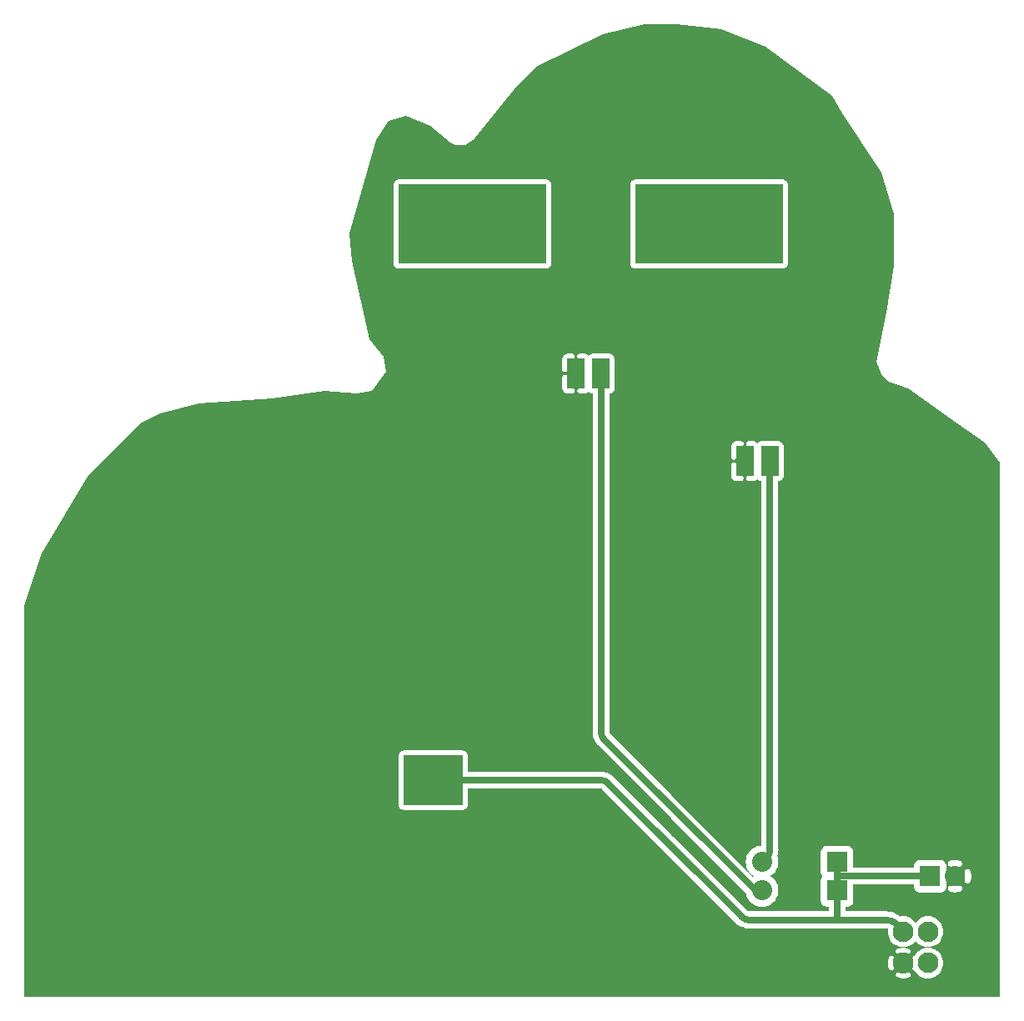
<source format=gbl>
G04 start of page 2 for group 8 layer_idx 1 *
G04 Title: (unknown), bottom_copper *
G04 Creator: pcb-rnd 3.1.5-dev *
G04 CreationDate: 2024-03-26 08:12:32 UTC *
G04 For: STEM4ukraine *
G04 Format: Gerber/RS-274X *
G04 PCB-Dimensions: 393701 393701 *
G04 PCB-Coordinate-Origin: lower left *
%MOIN*%
%FSLAX25Y25*%
%LNBOTTOM_COPPER_NONE_8*%
%ADD25C,0.0394*%
%ADD24C,0.0374*%
%ADD23C,0.1220*%
%ADD22C,0.0800*%
%ADD21C,0.1535*%
%ADD20C,0.0827*%
%ADD19C,0.0276*%
%ADD18C,0.0001*%
G54D18*G36*
X379122Y1969D02*Y47359D01*
X379203Y47366D01*
X379394Y47413D01*
X379576Y47489D01*
X379743Y47592D01*
X379892Y47721D01*
X380019Y47871D01*
X380121Y48039D01*
X380192Y48223D01*
X380348Y48775D01*
X380449Y49341D01*
X380500Y49913D01*
Y50488D01*
X380449Y51060D01*
X380348Y51626D01*
X380198Y52181D01*
X380125Y52364D01*
X380022Y52533D01*
X379895Y52683D01*
X379745Y52812D01*
X379578Y52916D01*
X379396Y52993D01*
X379204Y53040D01*
X379122Y53047D01*
Y228184D01*
X385827Y223425D01*
X391732Y215551D01*
Y1969D01*
X379122D01*
G37*
G36*
X374002D02*Y43701D01*
X374287D01*
X374860Y43751D01*
X375425Y43852D01*
X375980Y44003D01*
X376163Y44076D01*
X376332Y44179D01*
X376483Y44306D01*
X376611Y44455D01*
X376715Y44623D01*
X376792Y44805D01*
X376839Y44997D01*
X376855Y45194D01*
X376841Y45390D01*
X376796Y45583D01*
X376721Y45765D01*
X376619Y45934D01*
X376491Y46085D01*
X376342Y46214D01*
X376174Y46318D01*
X375992Y46394D01*
X375801Y46441D01*
X375604Y46458D01*
X375407Y46443D01*
X375216Y46394D01*
X374876Y46298D01*
X374529Y46236D01*
X374177Y46205D01*
X374002D01*
Y54197D01*
X374177D01*
X374529Y54166D01*
X374876Y54104D01*
X375217Y54011D01*
X375408Y53962D01*
X375604Y53948D01*
X375800Y53964D01*
X375991Y54011D01*
X376172Y54087D01*
X376340Y54191D01*
X376489Y54320D01*
X376616Y54470D01*
X376718Y54638D01*
X376792Y54820D01*
X376837Y55012D01*
X376851Y55208D01*
X376835Y55404D01*
X376788Y55595D01*
X376712Y55777D01*
X376608Y55944D01*
X376480Y56093D01*
X376330Y56220D01*
X376161Y56322D01*
X375978Y56393D01*
X375425Y56549D01*
X374860Y56650D01*
X374287Y56701D01*
X374002D01*
Y231817D01*
X379122Y228184D01*
Y53047D01*
X379007Y53056D01*
X378810Y53042D01*
X378618Y52997D01*
X378436Y52922D01*
X378267Y52820D01*
X378116Y52692D01*
X377987Y52543D01*
X377883Y52375D01*
X377807Y52193D01*
X377760Y52001D01*
X377743Y51805D01*
X377758Y51608D01*
X377807Y51417D01*
X377903Y51077D01*
X377965Y50729D01*
X377996Y50377D01*
Y50024D01*
X377965Y49672D01*
X377903Y49325D01*
X377810Y48984D01*
X377762Y48793D01*
X377747Y48597D01*
X377764Y48401D01*
X377810Y48210D01*
X377887Y48028D01*
X377990Y47861D01*
X378119Y47712D01*
X378269Y47585D01*
X378437Y47483D01*
X378619Y47409D01*
X378811Y47364D01*
X379007Y47349D01*
X379122Y47359D01*
Y1969D01*
X374002D01*
G37*
G36*
X363101D02*Y9261D01*
X363110Y9261D01*
X364073Y9336D01*
X365012Y9562D01*
X365904Y9931D01*
X366727Y10436D01*
X367461Y11063D01*
X368088Y11797D01*
X368592Y12620D01*
X368962Y13512D01*
X369187Y14451D01*
X369244Y15413D01*
X369187Y16376D01*
X368962Y17315D01*
X368592Y18207D01*
X368088Y19030D01*
X367461Y19764D01*
X366727Y20391D01*
X365904Y20896D01*
X365012Y21265D01*
X364073Y21490D01*
X363110Y21566D01*
X363101Y21565D01*
Y21860D01*
X363110Y21859D01*
X364073Y21935D01*
X365012Y22160D01*
X365904Y22530D01*
X366727Y23034D01*
X367461Y23661D01*
X368088Y24395D01*
X368592Y25219D01*
X368962Y26110D01*
X369187Y27049D01*
X369244Y28012D01*
X369187Y28974D01*
X368962Y29913D01*
X368592Y30805D01*
X368088Y31628D01*
X367461Y32362D01*
X366727Y32990D01*
X365904Y33494D01*
X365012Y33863D01*
X364073Y34089D01*
X363110Y34165D01*
X363101Y34164D01*
Y43701D01*
X367902D01*
X368000Y43693D01*
X368392Y43724D01*
X368392Y43724D01*
X368775Y43816D01*
X369138Y43966D01*
X369474Y44172D01*
X369773Y44428D01*
X370029Y44727D01*
X370234Y45062D01*
X370385Y45426D01*
X370477Y45808D01*
X370508Y46201D01*
X370500Y46299D01*
Y54103D01*
X370508Y54201D01*
X370477Y54593D01*
X370477Y54593D01*
X370385Y54976D01*
X370234Y55339D01*
X370029Y55675D01*
X369773Y55974D01*
X369474Y56230D01*
X369138Y56435D01*
X368775Y56586D01*
X368392Y56678D01*
X368000Y56708D01*
X367902Y56701D01*
X363101D01*
Y239553D01*
X374002Y231817D01*
Y56701D01*
X373713D01*
X373140Y56650D01*
X372575Y56549D01*
X372020Y56399D01*
X371837Y56325D01*
X371668Y56223D01*
X371517Y56096D01*
X371389Y55946D01*
X371285Y55778D01*
X371208Y55596D01*
X371161Y55405D01*
X371145Y55208D01*
X371159Y55011D01*
X371204Y54819D01*
X371279Y54636D01*
X371381Y54468D01*
X371509Y54317D01*
X371658Y54188D01*
X371826Y54084D01*
X372008Y54008D01*
X372199Y53961D01*
X372396Y53944D01*
X372593Y53959D01*
X372784Y54007D01*
X373124Y54104D01*
X373471Y54166D01*
X373823Y54197D01*
X374002D01*
Y46205D01*
X373823D01*
X373471Y46236D01*
X373124Y46298D01*
X372783Y46390D01*
X372592Y46439D01*
X372396Y46454D01*
X372200Y46437D01*
X372009Y46390D01*
X371828Y46314D01*
X371660Y46210D01*
X371511Y46082D01*
X371384Y45932D01*
X371282Y45763D01*
X371208Y45581D01*
X371163Y45390D01*
X371149Y45194D01*
X371165Y44998D01*
X371212Y44806D01*
X371288Y44625D01*
X371392Y44458D01*
X371520Y44309D01*
X371670Y44182D01*
X371839Y44080D01*
X372022Y44009D01*
X372575Y43852D01*
X373140Y43751D01*
X373713Y43701D01*
X374002D01*
Y1969D01*
X363101D01*
G37*
G36*
X360098Y56701D02*X360000Y56708D01*
X359608Y56678D01*
X359608Y56678D01*
X359225Y56586D01*
X358862Y56435D01*
X358526Y56230D01*
X358227Y55974D01*
X357971Y55675D01*
X357766Y55339D01*
X357615Y54976D01*
X357523Y54593D01*
X357492Y54201D01*
X357500Y54103D01*
Y53579D01*
X353270D01*
Y245846D01*
X355315Y245079D01*
X363101Y239553D01*
Y56701D01*
X360098D01*
G37*
G36*
X362148Y34089D02*X361209Y33863D01*
X360317Y33494D01*
X359494Y32990D01*
X358760Y32362D01*
X358189Y31694D01*
X357618Y32362D01*
X356884Y32990D01*
X356061Y33494D01*
X355169Y33863D01*
X354230Y34089D01*
X353270Y34164D01*
Y46823D01*
X357500D01*
Y46299D01*
X357492Y46201D01*
X357523Y45809D01*
X357523Y45808D01*
X357615Y45426D01*
X357766Y45062D01*
X357971Y44727D01*
X358227Y44428D01*
X358526Y44172D01*
X358862Y43966D01*
X359225Y43816D01*
X359608Y43724D01*
X360000Y43693D01*
X360098Y43701D01*
X363101D01*
Y34164D01*
X362148Y34089D01*
G37*
G36*
X353270Y1969D02*Y9280D01*
X353538D01*
X354075Y9327D01*
X354607Y9421D01*
X355128Y9562D01*
X355635Y9748D01*
X355776Y9819D01*
X355904Y9913D01*
X356015Y10025D01*
X356108Y10153D01*
X356179Y10294D01*
X356227Y10444D01*
X356251Y10601D01*
X356251Y10759D01*
X356226Y10915D01*
X356176Y11065D01*
X356104Y11205D01*
X356011Y11333D01*
X355899Y11444D01*
X355771Y11537D01*
X355630Y11608D01*
X355479Y11656D01*
X355323Y11681D01*
X355165Y11680D01*
X355009Y11655D01*
X354860Y11603D01*
X354520Y11474D01*
X354169Y11379D01*
X353812Y11315D01*
X353449Y11284D01*
X353270D01*
Y19543D01*
X353449D01*
X353812Y19511D01*
X354169Y19448D01*
X354520Y19353D01*
X354862Y19228D01*
X355010Y19176D01*
X355165Y19151D01*
X355323Y19150D01*
X355478Y19174D01*
X355628Y19222D01*
X355769Y19293D01*
X355896Y19386D01*
X356008Y19496D01*
X356101Y19624D01*
X356173Y19764D01*
X356222Y19913D01*
X356247Y20068D01*
X356247Y20226D01*
X356223Y20381D01*
X356175Y20531D01*
X356104Y20672D01*
X356012Y20799D01*
X355901Y20911D01*
X355774Y21004D01*
X355633Y21073D01*
X355128Y21264D01*
X354607Y21405D01*
X354075Y21500D01*
X353538Y21547D01*
X353270D01*
Y21859D01*
X354230Y21935D01*
X355169Y22160D01*
X356061Y22530D01*
X356884Y23034D01*
X357618Y23661D01*
X358189Y24329D01*
X358760Y23661D01*
X359494Y23034D01*
X360317Y22530D01*
X361209Y22160D01*
X362148Y21935D01*
X363101Y21860D01*
Y21565D01*
X362148Y21490D01*
X361209Y21265D01*
X360317Y20896D01*
X359494Y20391D01*
X358760Y19764D01*
X358133Y19030D01*
X357720Y18356D01*
X357616Y18322D01*
X357476Y18250D01*
X357348Y18157D01*
X357237Y18045D01*
X357144Y17916D01*
X357073Y17775D01*
X357025Y17625D01*
X357000Y17469D01*
X357001Y17311D01*
X357026Y17155D01*
X357078Y17006D01*
X357143Y16834D01*
X357033Y16376D01*
X356957Y15413D01*
X357033Y14451D01*
X357144Y13989D01*
X357082Y13819D01*
X357030Y13671D01*
X357005Y13516D01*
X357004Y13358D01*
X357029Y13203D01*
X357077Y13053D01*
X357148Y12912D01*
X357240Y12785D01*
X357351Y12673D01*
X357478Y12580D01*
X357618Y12508D01*
X357716Y12476D01*
X358133Y11797D01*
X358760Y11063D01*
X359494Y10436D01*
X360317Y9931D01*
X361209Y9562D01*
X362148Y9336D01*
X363101Y9261D01*
Y1969D01*
X353270D01*
G37*
G36*
X333350Y53579D02*Y59808D01*
X333358Y59906D01*
X333327Y60298D01*
X333327Y60298D01*
X333235Y60680D01*
X333085Y61044D01*
X332879Y61380D01*
X332624Y61679D01*
X332324Y61934D01*
X331989Y62140D01*
X331625Y62290D01*
X331243Y62382D01*
X330850Y62413D01*
X330752Y62406D01*
X322948D01*
X322850Y62413D01*
X322458Y62382D01*
X322458Y62382D01*
X322075Y62290D01*
X321712Y62140D01*
X321376Y61934D01*
X321077Y61679D01*
X320822Y61380D01*
X320616Y61044D01*
X320465Y60680D01*
X320374Y60298D01*
X320343Y59906D01*
X320350Y59808D01*
Y52003D01*
X320343Y51906D01*
X320374Y51513D01*
X320374Y51513D01*
X320465Y51131D01*
X320616Y50767D01*
X320822Y50432D01*
X321022Y50197D01*
X320822Y49962D01*
X320616Y49627D01*
X320465Y49263D01*
X320374Y48880D01*
X320343Y48488D01*
X320350Y48390D01*
Y40586D01*
X320343Y40488D01*
X320374Y40096D01*
X320374Y40096D01*
X320465Y39713D01*
X320616Y39350D01*
X320822Y39014D01*
X321077Y38715D01*
X321376Y38459D01*
X321712Y38254D01*
X322075Y38103D01*
X322458Y38011D01*
X322850Y37980D01*
X322948Y37988D01*
X323472D01*
Y36079D01*
X291500D01*
X291490Y36078D01*
X291477Y36081D01*
X291414Y36101D01*
X291353Y36126D01*
X291295Y36156D01*
X291239Y36192D01*
X291187Y36232D01*
X291138Y36277D01*
X261022Y66393D01*
Y72783D01*
X290434Y43372D01*
X290649Y42473D01*
X291041Y41528D01*
X291576Y40656D01*
X292240Y39878D01*
X293018Y39213D01*
X293890Y38679D01*
X294836Y38287D01*
X295830Y38048D01*
X296850Y37968D01*
X297870Y38048D01*
X298865Y38287D01*
X299810Y38679D01*
X300683Y39213D01*
X301461Y39878D01*
X302125Y40656D01*
X302660Y41528D01*
X303051Y42473D01*
X303290Y43468D01*
X303350Y44488D01*
X303290Y45508D01*
X303051Y46503D01*
X302660Y47448D01*
X302125Y48321D01*
X301461Y49099D01*
X300683Y49763D01*
X299975Y50197D01*
X300683Y50631D01*
X301461Y51295D01*
X302125Y52073D01*
X302660Y52945D01*
X303051Y53891D01*
X303290Y54886D01*
X303350Y55906D01*
X303290Y56925D01*
X303051Y57920D01*
X302934Y58203D01*
X303129Y58821D01*
X303271Y59462D01*
X303356Y60112D01*
X303385Y60767D01*
X303378Y60868D01*
Y208293D01*
X303425Y208289D01*
X303739Y208314D01*
X303739Y208314D01*
X304045Y208387D01*
X304336Y208508D01*
X304604Y208672D01*
X304844Y208877D01*
X305048Y209116D01*
X305213Y209384D01*
X305333Y209675D01*
X305407Y209981D01*
X305431Y210295D01*
X305425Y210374D01*
Y222028D01*
X305431Y222106D01*
X305407Y222420D01*
X305333Y222726D01*
X305213Y223017D01*
X305048Y223285D01*
X304844Y223525D01*
X304604Y223729D01*
X304336Y223894D01*
X304045Y224014D01*
X303739Y224088D01*
X303425Y224112D01*
X303347Y224106D01*
X296614D01*
X296535Y224112D01*
X296222Y224088D01*
X296222Y224088D01*
X295915Y224014D01*
X295625Y223894D01*
X295356Y223729D01*
X295117Y223525D01*
X294980Y223365D01*
X294844Y223525D01*
X294604Y223729D01*
X294336Y223894D01*
X294045Y224014D01*
X293739Y224088D01*
X293425Y224112D01*
X293347Y224106D01*
X291480D01*
X291323Y224097D01*
X291170Y224060D01*
X291025Y224000D01*
X290891Y223918D01*
X290771Y223816D01*
X290669Y223696D01*
X290587Y223562D01*
X290526Y223416D01*
X290490Y223263D01*
X290477Y223106D01*
X290490Y222949D01*
X290526Y222796D01*
X290587Y222651D01*
X290669Y222517D01*
X290771Y222397D01*
X290891Y222295D01*
X291025Y222213D01*
X291170Y222152D01*
X291323Y222116D01*
X291419Y222110D01*
X291419Y222106D01*
X288535D01*
X288535Y222110D01*
X288637Y222116D01*
X288790Y222152D01*
X288936Y222213D01*
X289070Y222295D01*
X289190Y222397D01*
X289292Y222517D01*
X289374Y222651D01*
X289434Y222796D01*
X289471Y222949D01*
X289483Y223106D01*
X289471Y223263D01*
X289434Y223416D01*
X289374Y223562D01*
X289292Y223696D01*
X289190Y223816D01*
X289070Y223918D01*
X288936Y224000D01*
X288790Y224060D01*
X288637Y224097D01*
X288480Y224106D01*
X286614D01*
X286535Y224112D01*
X286222Y224088D01*
X285915Y224014D01*
X285625Y223894D01*
X285356Y223729D01*
X285117Y223525D01*
X284912Y223285D01*
X284748Y223017D01*
X284627Y222726D01*
X284554Y222420D01*
X284529Y222106D01*
X284535Y222028D01*
Y217701D01*
X284545Y217544D01*
X284581Y217391D01*
X284642Y217245D01*
X284724Y217111D01*
X284826Y216991D01*
X284946Y216889D01*
X285080Y216807D01*
X285225Y216747D01*
X285379Y216710D01*
X285535Y216698D01*
X285692Y216710D01*
X285845Y216747D01*
X285991Y216807D01*
X286125Y216889D01*
X286245Y216991D01*
X286347Y217111D01*
X286429Y217245D01*
X286489Y217391D01*
X286526Y217544D01*
X286535Y217701D01*
Y214701D01*
X286526Y214858D01*
X286489Y215011D01*
X286429Y215156D01*
X286347Y215290D01*
X286245Y215410D01*
X286125Y215512D01*
X285991Y215595D01*
X285845Y215655D01*
X285692Y215692D01*
X285535Y215704D01*
X285379Y215692D01*
X285225Y215655D01*
X285080Y215595D01*
X284946Y215512D01*
X284826Y215410D01*
X284724Y215290D01*
X284642Y215156D01*
X284581Y215011D01*
X284545Y214858D01*
X284535Y214701D01*
Y210374D01*
X284529Y210295D01*
X284554Y209981D01*
X284627Y209675D01*
X284748Y209384D01*
X284912Y209116D01*
X285117Y208877D01*
X285356Y208672D01*
X285625Y208508D01*
X285915Y208387D01*
X286222Y208314D01*
X286535Y208289D01*
X286614Y208295D01*
X288480D01*
X288637Y208305D01*
X288790Y208341D01*
X288936Y208402D01*
X289070Y208484D01*
X289190Y208586D01*
X289292Y208706D01*
X289374Y208840D01*
X289434Y208985D01*
X289471Y209138D01*
X289483Y209295D01*
X289471Y209452D01*
X289434Y209605D01*
X289374Y209751D01*
X289292Y209885D01*
X289190Y210005D01*
X289070Y210107D01*
X288936Y210189D01*
X288790Y210249D01*
X288637Y210286D01*
X288535Y210292D01*
X288535Y210295D01*
X291419D01*
X291419Y210292D01*
X291323Y210286D01*
X291170Y210249D01*
X291025Y210189D01*
X290891Y210107D01*
X290771Y210005D01*
X290669Y209885D01*
X290587Y209751D01*
X290526Y209605D01*
X290490Y209452D01*
X290477Y209295D01*
X290490Y209138D01*
X290526Y208985D01*
X290587Y208840D01*
X290669Y208706D01*
X290771Y208586D01*
X290891Y208484D01*
X291025Y208402D01*
X291170Y208341D01*
X291323Y208305D01*
X291480Y208295D01*
X293347D01*
X293425Y208289D01*
X293739Y208314D01*
X294045Y208387D01*
X294336Y208508D01*
X294604Y208672D01*
X294844Y208877D01*
X294980Y209037D01*
X295117Y208877D01*
X295356Y208672D01*
X295625Y208508D01*
X295915Y208387D01*
X296222Y208314D01*
X296535Y208289D01*
X296614Y208295D01*
X296622D01*
Y62408D01*
X295830Y62345D01*
X294836Y62106D01*
X293890Y61715D01*
X293018Y61180D01*
X292240Y60516D01*
X291576Y59738D01*
X291041Y58866D01*
X290649Y57920D01*
X290411Y56925D01*
X290330Y55906D01*
X290411Y54886D01*
X290649Y53891D01*
X291041Y52945D01*
X291576Y52073D01*
X292240Y51295D01*
X293018Y50631D01*
X293726Y50197D01*
X293377Y49983D01*
X261022Y82337D01*
Y293276D01*
X305040D01*
X305118Y293269D01*
X305432Y293294D01*
X305432Y293294D01*
X305738Y293368D01*
X306029Y293488D01*
X306297Y293653D01*
X306537Y293857D01*
X306741Y294096D01*
X306906Y294365D01*
X307026Y294656D01*
X307100Y294962D01*
X307124Y295276D01*
X307118Y295354D01*
Y326693D01*
X307124Y326772D01*
X307100Y327085D01*
X307100Y327085D01*
X307026Y327392D01*
X306906Y327682D01*
X306741Y327951D01*
X306537Y328190D01*
X306297Y328395D01*
X306029Y328559D01*
X305738Y328680D01*
X305432Y328753D01*
X305118Y328778D01*
X305040Y328772D01*
X261022D01*
Y390748D01*
X262795D01*
X280512Y388780D01*
X298228Y381890D01*
X324803Y362205D01*
X328740Y355315D01*
X344488Y331693D01*
X349409Y314961D01*
Y294291D01*
X346457Y275591D01*
X342520Y255906D01*
X344488Y250984D01*
X347441Y248031D01*
X353270Y245846D01*
Y53579D01*
X333350D01*
G37*
G36*
X353268Y34165D02*X352305Y34089D01*
X352024Y34021D01*
X351723Y34303D01*
X351203Y34702D01*
X350650Y35055D01*
X350278Y35248D01*
X350068Y35358D01*
X349462Y35609D01*
X348836Y35806D01*
X348196Y35948D01*
X347545Y36034D01*
X347393Y36040D01*
X347363Y36047D01*
X347200Y36060D01*
X347135Y36069D01*
X347036Y36073D01*
X346833Y36089D01*
X346701Y36079D01*
X330228D01*
Y37988D01*
X330752D01*
X330850Y37980D01*
X331242Y38011D01*
X331243Y38011D01*
X331625Y38103D01*
X331989Y38254D01*
X332324Y38459D01*
X332624Y38715D01*
X332879Y39014D01*
X333085Y39350D01*
X333235Y39713D01*
X333327Y40096D01*
X333358Y40488D01*
X333350Y40586D01*
Y46823D01*
X353270D01*
Y34164D01*
X353268Y34165D01*
G37*
G36*
X348334Y1969D02*Y12448D01*
X348455Y12430D01*
X348613Y12430D01*
X348769Y12455D01*
X348919Y12505D01*
X349060Y12577D01*
X349187Y12670D01*
X349299Y12782D01*
X349391Y12910D01*
X349462Y13051D01*
X349511Y13202D01*
X349535Y13358D01*
X349535Y13516D01*
X349509Y13672D01*
X349457Y13821D01*
X349328Y14161D01*
X349233Y14512D01*
X349170Y14870D01*
X349138Y15232D01*
Y15595D01*
X349170Y15957D01*
X349233Y16315D01*
X349328Y16666D01*
X349453Y17007D01*
X349505Y17156D01*
X349531Y17311D01*
X349531Y17468D01*
X349507Y17624D01*
X349459Y17774D01*
X349388Y17914D01*
X349296Y18042D01*
X349185Y18154D01*
X349058Y18246D01*
X348918Y18318D01*
X348768Y18367D01*
X348613Y18393D01*
X348455Y18393D01*
X348334Y18374D01*
Y24343D01*
X348917Y23661D01*
X349651Y23034D01*
X350474Y22530D01*
X351366Y22160D01*
X352305Y21935D01*
X353268Y21859D01*
X353270Y21859D01*
Y21547D01*
X352998D01*
X352460Y21500D01*
X351928Y21405D01*
X351407Y21264D01*
X350900Y21078D01*
X350759Y21007D01*
X350632Y20914D01*
X350520Y20802D01*
X350428Y20674D01*
X350357Y20533D01*
X350308Y20382D01*
X350284Y20226D01*
X350285Y20068D01*
X350310Y19912D01*
X350359Y19762D01*
X350431Y19621D01*
X350524Y19494D01*
X350637Y19382D01*
X350765Y19290D01*
X350906Y19219D01*
X351056Y19170D01*
X351212Y19146D01*
X351370Y19147D01*
X351526Y19172D01*
X351675Y19224D01*
X352015Y19353D01*
X352366Y19448D01*
X352724Y19511D01*
X353086Y19543D01*
X353270D01*
Y11284D01*
X353086D01*
X352724Y11315D01*
X352366Y11379D01*
X352015Y11474D01*
X351674Y11599D01*
X351525Y11651D01*
X351370Y11676D01*
X351213Y11677D01*
X351057Y11653D01*
X350907Y11604D01*
X350767Y11533D01*
X350639Y11441D01*
X350528Y11330D01*
X350435Y11203D01*
X350363Y11063D01*
X350314Y10914D01*
X350289Y10758D01*
X350288Y10601D01*
X350312Y10445D01*
X350360Y10296D01*
X350431Y10155D01*
X350523Y10027D01*
X350634Y9916D01*
X350761Y9823D01*
X350903Y9754D01*
X351407Y9562D01*
X351928Y9421D01*
X352460Y9327D01*
X352998Y9280D01*
X353270D01*
Y1969D01*
X348334D01*
G37*
G36*
X261022D02*Y56838D01*
X286361Y31499D01*
X286361Y31499D01*
X286840Y31051D01*
X287360Y30652D01*
X287913Y30299D01*
X288495Y29997D01*
X289101Y29746D01*
X289727Y29548D01*
X290367Y29406D01*
X291018Y29321D01*
X291434Y29302D01*
X291673Y29292D01*
X292105Y29323D01*
X346458D01*
X346890Y29289D01*
X346967Y29295D01*
X347014Y29289D01*
X347021Y29288D01*
X347086Y29273D01*
X347149Y29254D01*
X347210Y29228D01*
X347247Y29209D01*
X347191Y28974D01*
X347115Y28012D01*
X347191Y27049D01*
X347416Y26110D01*
X347786Y25219D01*
X348290Y24395D01*
X348334Y24343D01*
Y18374D01*
X348300Y18369D01*
X348150Y18321D01*
X348009Y18250D01*
X347882Y18158D01*
X347770Y18047D01*
X347677Y17920D01*
X347608Y17778D01*
X347417Y17274D01*
X347276Y16753D01*
X347181Y16221D01*
X347134Y15683D01*
Y15143D01*
X347181Y14606D01*
X347276Y14074D01*
X347417Y13553D01*
X347603Y13046D01*
X347674Y12905D01*
X347767Y12777D01*
X347879Y12666D01*
X348007Y12574D01*
X348148Y12502D01*
X348299Y12454D01*
X348334Y12448D01*
Y1969D01*
X261022D01*
G37*
G36*
X182087Y345472D02*X198819Y366142D01*
X206693Y374016D01*
X233268Y386811D01*
X250000Y390748D01*
X261022D01*
Y328772D01*
X246141D01*
X246063Y328778D01*
X245749Y328753D01*
X245749Y328753D01*
X245443Y328680D01*
X245152Y328559D01*
X244884Y328395D01*
X244644Y328190D01*
X244440Y327951D01*
X244275Y327682D01*
X244155Y327392D01*
X244082Y327085D01*
X244057Y326772D01*
X244063Y326693D01*
Y295354D01*
X244057Y295276D01*
X244082Y294962D01*
X244082Y294962D01*
X244155Y294656D01*
X244275Y294365D01*
X244440Y294096D01*
X244644Y293857D01*
X244884Y293653D01*
X245152Y293488D01*
X245443Y293368D01*
X245749Y293294D01*
X246063Y293269D01*
X246141Y293276D01*
X261022D01*
Y82337D01*
X236108Y107252D01*
X236100Y107261D01*
X236055Y107309D01*
X236015Y107361D01*
X235979Y107417D01*
X235949Y107476D01*
X235924Y107536D01*
X235904Y107599D01*
X235889Y107664D01*
X235881Y107729D01*
X235878Y107795D01*
Y243293D01*
X235925Y243289D01*
X236239Y243314D01*
X236239Y243314D01*
X236545Y243387D01*
X236836Y243508D01*
X237104Y243672D01*
X237344Y243877D01*
X237548Y244116D01*
X237713Y244384D01*
X237833Y244675D01*
X237907Y244981D01*
X237931Y245295D01*
X237925Y245374D01*
Y257028D01*
X237931Y257106D01*
X237907Y257420D01*
X237833Y257726D01*
X237713Y258017D01*
X237548Y258285D01*
X237344Y258525D01*
X237104Y258729D01*
X236836Y258894D01*
X236545Y259014D01*
X236239Y259088D01*
X235925Y259112D01*
X235847Y259106D01*
X229114D01*
X229035Y259112D01*
X228722Y259088D01*
X228722Y259088D01*
X228415Y259014D01*
X228125Y258894D01*
X227856Y258729D01*
X227617Y258525D01*
X227480Y258365D01*
X227344Y258525D01*
X227104Y258729D01*
X226836Y258894D01*
X226545Y259014D01*
X226239Y259088D01*
X225925Y259112D01*
X225847Y259106D01*
X223980D01*
X223823Y259097D01*
X223670Y259060D01*
X223525Y259000D01*
X223391Y258918D01*
X223271Y258816D01*
X223169Y258696D01*
X223087Y258562D01*
X223026Y258416D01*
X222990Y258263D01*
X222977Y258106D01*
X222990Y257949D01*
X223026Y257796D01*
X223087Y257651D01*
X223169Y257517D01*
X223271Y257397D01*
X223391Y257295D01*
X223525Y257213D01*
X223670Y257152D01*
X223823Y257116D01*
X223919Y257110D01*
X223919Y257106D01*
X221035D01*
X221035Y257110D01*
X221137Y257116D01*
X221290Y257152D01*
X221436Y257213D01*
X221570Y257295D01*
X221690Y257397D01*
X221792Y257517D01*
X221874Y257651D01*
X221934Y257796D01*
X221971Y257949D01*
X221983Y258106D01*
X221971Y258263D01*
X221934Y258416D01*
X221874Y258562D01*
X221792Y258696D01*
X221690Y258816D01*
X221570Y258918D01*
X221436Y259000D01*
X221290Y259060D01*
X221137Y259097D01*
X220980Y259106D01*
X219114D01*
X219035Y259112D01*
X218722Y259088D01*
X218415Y259014D01*
X218125Y258894D01*
X217856Y258729D01*
X217617Y258525D01*
X217412Y258285D01*
X217248Y258017D01*
X217127Y257726D01*
X217054Y257420D01*
X217029Y257106D01*
X217035Y257028D01*
Y252701D01*
X217045Y252544D01*
X217081Y252391D01*
X217142Y252245D01*
X217224Y252111D01*
X217326Y251991D01*
X217446Y251889D01*
X217580Y251807D01*
X217725Y251747D01*
X217879Y251710D01*
X218035Y251698D01*
X218192Y251710D01*
X218345Y251747D01*
X218491Y251807D01*
X218625Y251889D01*
X218745Y251991D01*
X218847Y252111D01*
X218929Y252245D01*
X218989Y252391D01*
X219026Y252544D01*
X219035Y252701D01*
Y249701D01*
X219026Y249858D01*
X218989Y250011D01*
X218929Y250156D01*
X218847Y250290D01*
X218745Y250410D01*
X218625Y250512D01*
X218491Y250595D01*
X218345Y250655D01*
X218192Y250692D01*
X218035Y250704D01*
X217879Y250692D01*
X217725Y250655D01*
X217580Y250595D01*
X217446Y250512D01*
X217326Y250410D01*
X217224Y250290D01*
X217142Y250156D01*
X217081Y250011D01*
X217045Y249858D01*
X217035Y249701D01*
Y245374D01*
X217029Y245295D01*
X217054Y244981D01*
X217127Y244675D01*
X217248Y244384D01*
X217412Y244116D01*
X217617Y243877D01*
X217856Y243672D01*
X218125Y243508D01*
X218415Y243387D01*
X218722Y243314D01*
X219035Y243289D01*
X219114Y243295D01*
X220980D01*
X221137Y243305D01*
X221290Y243341D01*
X221436Y243402D01*
X221570Y243484D01*
X221690Y243586D01*
X221792Y243706D01*
X221874Y243840D01*
X221934Y243985D01*
X221971Y244138D01*
X221983Y244295D01*
X221971Y244452D01*
X221934Y244605D01*
X221874Y244751D01*
X221792Y244885D01*
X221690Y245005D01*
X221570Y245107D01*
X221436Y245189D01*
X221290Y245249D01*
X221137Y245286D01*
X221035Y245292D01*
X221035Y245295D01*
X223919D01*
X223919Y245292D01*
X223823Y245286D01*
X223670Y245249D01*
X223525Y245189D01*
X223391Y245107D01*
X223271Y245005D01*
X223169Y244885D01*
X223087Y244751D01*
X223026Y244605D01*
X222990Y244452D01*
X222977Y244295D01*
X222990Y244138D01*
X223026Y243985D01*
X223087Y243840D01*
X223169Y243706D01*
X223271Y243586D01*
X223391Y243484D01*
X223525Y243402D01*
X223670Y243341D01*
X223823Y243305D01*
X223980Y243295D01*
X225847D01*
X225925Y243289D01*
X226239Y243314D01*
X226545Y243387D01*
X226836Y243508D01*
X227104Y243672D01*
X227344Y243877D01*
X227480Y244037D01*
X227617Y243877D01*
X227856Y243672D01*
X228125Y243508D01*
X228415Y243387D01*
X228722Y243314D01*
X229035Y243289D01*
X229114Y243295D01*
X229122D01*
Y107795D01*
X229122Y107795D01*
X229144Y107140D01*
X229229Y106489D01*
X229371Y105849D01*
X229568Y105223D01*
X229819Y104617D01*
X230122Y104035D01*
X230475Y103482D01*
X230874Y102962D01*
X231317Y102478D01*
X231393Y102412D01*
X261022Y72783D01*
Y66393D01*
X237654Y89760D01*
X237654Y89761D01*
X237176Y90209D01*
X236656Y90608D01*
X236102Y90960D01*
X235520Y91263D01*
X234914Y91514D01*
X234289Y91712D01*
X233648Y91854D01*
X232998Y91939D01*
X232343Y91968D01*
X232242Y91961D01*
X181102D01*
Y293276D01*
X210552D01*
X210630Y293269D01*
X210944Y293294D01*
X210944Y293294D01*
X211250Y293368D01*
X211541Y293488D01*
X211809Y293653D01*
X212048Y293857D01*
X212253Y294096D01*
X212417Y294365D01*
X212538Y294656D01*
X212611Y294962D01*
X212636Y295276D01*
X212630Y295354D01*
Y326693D01*
X212636Y326772D01*
X212611Y327085D01*
X212611Y327085D01*
X212538Y327392D01*
X212417Y327682D01*
X212253Y327951D01*
X212048Y328190D01*
X211809Y328395D01*
X211541Y328559D01*
X211250Y328680D01*
X210944Y328753D01*
X210630Y328778D01*
X210551Y328772D01*
X181102D01*
Y344734D01*
X182087Y345472D01*
G37*
G36*
X181102Y1969D02*Y85205D01*
X232331D01*
X232343Y85204D01*
X232409Y85202D01*
X232474Y85193D01*
X232538Y85179D01*
X232601Y85159D01*
X232662Y85134D01*
X232721Y85103D01*
X232776Y85068D01*
X232829Y85028D01*
X232877Y84983D01*
X261022Y56838D01*
Y1969D01*
X181102D01*
G37*
G36*
X1969D02*Y158465D01*
X8858Y179134D01*
X27559Y210630D01*
X48228Y231299D01*
X56102Y235236D01*
X71850Y239173D01*
X101378Y241142D01*
X122047Y244094D01*
X134843Y243110D01*
X140748Y244094D01*
X146654Y251969D01*
X145669Y257874D01*
X139764Y264764D01*
X132874Y296260D01*
X131890Y307087D01*
X142717Y344488D01*
X147638Y352362D01*
X154528Y354331D01*
X164370Y350394D01*
X172244Y343504D01*
X174213Y342520D01*
X178150D01*
X181102Y344734D01*
Y328772D01*
X151653D01*
X151575Y328778D01*
X151261Y328753D01*
X151261Y328753D01*
X150955Y328680D01*
X150664Y328559D01*
X150396Y328395D01*
X150156Y328190D01*
X149952Y327951D01*
X149787Y327682D01*
X149667Y327392D01*
X149593Y327085D01*
X149569Y326772D01*
X149575Y326693D01*
Y295354D01*
X149569Y295276D01*
X149593Y294962D01*
X149593Y294962D01*
X149667Y294656D01*
X149787Y294365D01*
X149952Y294096D01*
X150156Y293857D01*
X150396Y293653D01*
X150664Y293488D01*
X150955Y293368D01*
X151261Y293294D01*
X151575Y293269D01*
X151653Y293276D01*
X181102D01*
Y91961D01*
X179165D01*
Y98347D01*
X179172Y98425D01*
X179147Y98739D01*
X179147Y98739D01*
X179073Y99045D01*
X178953Y99336D01*
X178788Y99604D01*
X178584Y99844D01*
X178345Y100048D01*
X178076Y100213D01*
X177785Y100333D01*
X177479Y100407D01*
X177165Y100431D01*
X177087Y100425D01*
X153622D01*
X153543Y100431D01*
X153230Y100407D01*
X153229Y100407D01*
X152923Y100333D01*
X152633Y100213D01*
X152364Y100048D01*
X152125Y99844D01*
X151920Y99604D01*
X151756Y99336D01*
X151635Y99045D01*
X151562Y98739D01*
X151537Y98425D01*
X151543Y98347D01*
Y78819D01*
X151537Y78740D01*
X151562Y78427D01*
X151562Y78426D01*
X151635Y78120D01*
X151756Y77829D01*
X151920Y77561D01*
X152125Y77322D01*
X152364Y77117D01*
X152633Y76953D01*
X152923Y76832D01*
X153229Y76759D01*
X153543Y76734D01*
X153622Y76740D01*
X177087D01*
X177165Y76734D01*
X177479Y76759D01*
X177479Y76759D01*
X177785Y76832D01*
X178076Y76953D01*
X178345Y77117D01*
X178584Y77322D01*
X178788Y77561D01*
X178953Y77829D01*
X179073Y78120D01*
X179147Y78426D01*
X179172Y78740D01*
X179165Y78819D01*
Y85205D01*
X181102D01*
Y1969D01*
X1969D01*
G37*
G54D19*X232500Y251201D02*Y107795D01*
X232343Y88583D02*X165354D01*
X300000Y60767D02*Y216201D01*
X326850Y55906D02*Y32867D01*
X288750Y33888D02*X235266Y87372D01*
X296850Y55906D02*X298789Y57844D01*
X233711Y104872D02*X293422Y45160D01*
X353268Y28012D02*X349813Y31466D01*
X364000Y50201D02*X326850D01*
X346833Y32701D02*X291500D01*
X235266Y87372D02*G75*G03X232343Y88583I-2923J-2923D01*G01*
X298789Y57844D02*G75*G03X300000Y60767I-2923J2923D01*G01*
X296850Y44488D02*G75*G03X296572Y45160I-950J0D01*G01*
X232500Y107795D02*G75*G03X233711Y104872I4134J0D01*G01*
X349813Y31466D02*G75*G03X346890Y32677I-2923J-2923D01*G01*
X291673D02*G75*G02X288750Y33888I0J4134D01*G01*
X346890Y32677D02*G75*G03X346833Y32701I-57J-57D01*G01*
G54D18*G36*
X225925Y245295D02*X219035D01*
Y257106D01*
X225925D01*
Y245295D01*
G37*
G36*
X235925D02*X229035D01*
Y257106D01*
X235925D01*
Y245295D01*
G37*
G36*
X293425Y210295D02*X286535D01*
Y222106D01*
X293425D01*
Y210295D01*
G37*
G36*
X303425D02*X296535D01*
Y222106D01*
X303425D01*
Y210295D01*
G37*
G36*
X246063Y326772D02*X305118D01*
Y295276D01*
X246063D01*
Y326772D01*
G37*
G36*
X151575D02*X210630D01*
Y295276D01*
X151575D01*
Y326772D01*
G37*
G36*
X153543Y98425D02*X177165D01*
Y78740D01*
X153543D01*
Y98425D01*
G37*
G36*
X116142D02*X139764D01*
Y78740D01*
X116142D01*
Y98425D01*
G37*
G54D20*X353268Y28012D03*
Y15413D03*
G54D21*X334488Y19154D02*Y17579D01*
X381890Y19154D02*Y17579D01*
G54D20*X363110Y15413D03*
Y28012D03*
G54D18*G36*
X368000Y54201D02*Y46201D01*
X360000D01*
Y54201D01*
X368000D01*
G37*
G54D22*X374000Y50201D03*
G54D18*G36*
X330850Y51906D02*X322850D01*
Y59906D01*
X330850D01*
Y51906D01*
G37*
G54D22*X296850Y55906D03*
G54D18*G36*
X330850Y40488D02*X322850D01*
Y48488D01*
X330850D01*
Y40488D01*
G37*
G54D22*X296850Y44488D03*
G54D23*G54D24*G54D25*M02*

</source>
